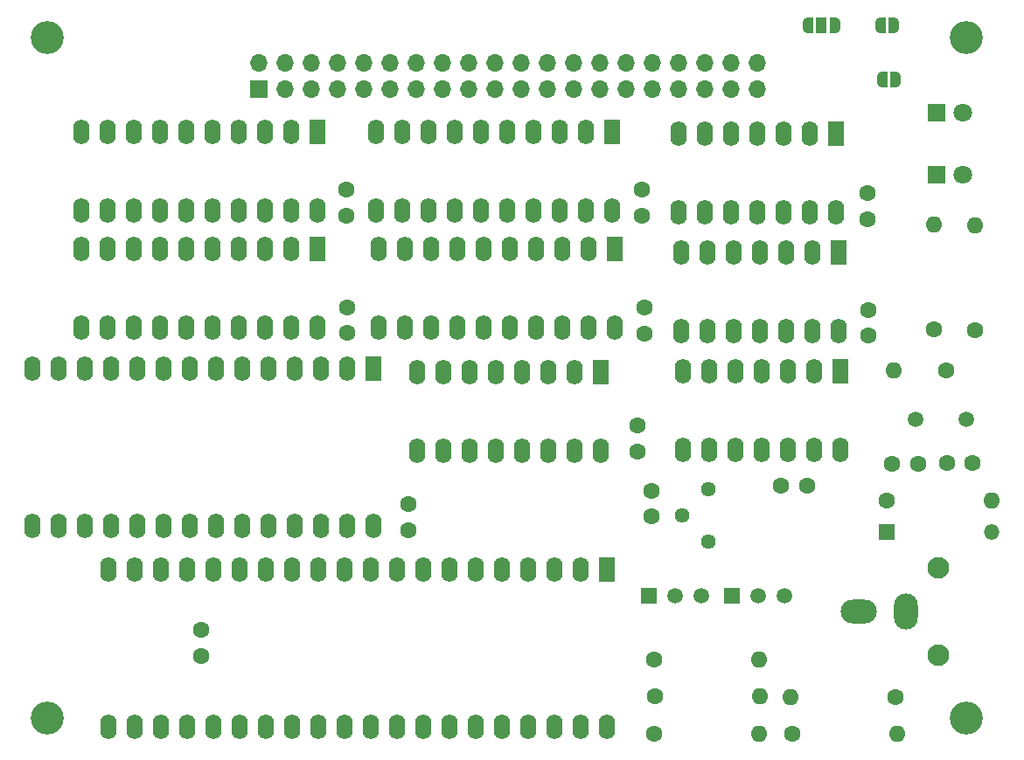
<source format=gbs>
G04 #@! TF.GenerationSoftware,KiCad,Pcbnew,(6.0.4-0)*
G04 #@! TF.CreationDate,2023-01-21T11:19:45+09:00*
G04 #@! TF.ProjectId,K68-VDG,4b36382d-5644-4472-9e6b-696361645f70,rev?*
G04 #@! TF.SameCoordinates,PX8583b00PY93d1cc0*
G04 #@! TF.FileFunction,Soldermask,Bot*
G04 #@! TF.FilePolarity,Negative*
%FSLAX46Y46*%
G04 Gerber Fmt 4.6, Leading zero omitted, Abs format (unit mm)*
G04 Created by KiCad (PCBNEW (6.0.4-0)) date 2023-01-21 11:19:45*
%MOMM*%
%LPD*%
G01*
G04 APERTURE LIST*
G04 Aperture macros list*
%AMFreePoly0*
4,1,22,0.550000,-0.750000,0.000000,-0.750000,0.000000,-0.745033,-0.079941,-0.743568,-0.215256,-0.701293,-0.333266,-0.622738,-0.424486,-0.514219,-0.481581,-0.384460,-0.499164,-0.250000,-0.500000,-0.250000,-0.500000,0.250000,-0.499164,0.250000,-0.499963,0.256109,-0.478152,0.396186,-0.417904,0.524511,-0.324060,0.630769,-0.204165,0.706417,-0.067858,0.745374,0.000000,0.744959,0.000000,0.750000,
0.550000,0.750000,0.550000,-0.750000,0.550000,-0.750000,$1*%
%AMFreePoly1*
4,1,20,0.000000,0.744959,0.073905,0.744508,0.209726,0.703889,0.328688,0.626782,0.421226,0.519385,0.479903,0.390333,0.500000,0.250000,0.500000,-0.250000,0.499851,-0.262216,0.476331,-0.402017,0.414519,-0.529596,0.319384,-0.634700,0.198574,-0.708877,0.061801,-0.746166,0.000000,-0.745033,0.000000,-0.750000,-0.550000,-0.750000,-0.550000,0.750000,0.000000,0.750000,0.000000,0.744959,
0.000000,0.744959,$1*%
%AMFreePoly2*
4,1,22,0.500000,-0.750000,0.000000,-0.750000,0.000000,-0.745033,-0.079941,-0.743568,-0.215256,-0.701293,-0.333266,-0.622738,-0.424486,-0.514219,-0.481581,-0.384460,-0.499164,-0.250000,-0.500000,-0.250000,-0.500000,0.250000,-0.499164,0.250000,-0.499963,0.256109,-0.478152,0.396186,-0.417904,0.524511,-0.324060,0.630769,-0.204165,0.706417,-0.067858,0.745374,0.000000,0.744959,0.000000,0.750000,
0.500000,0.750000,0.500000,-0.750000,0.500000,-0.750000,$1*%
%AMFreePoly3*
4,1,20,0.000000,0.744959,0.073905,0.744508,0.209726,0.703889,0.328688,0.626782,0.421226,0.519385,0.479903,0.390333,0.500000,0.250000,0.500000,-0.250000,0.499851,-0.262216,0.476331,-0.402017,0.414519,-0.529596,0.319384,-0.634700,0.198574,-0.708877,0.061801,-0.746166,0.000000,-0.745033,0.000000,-0.750000,-0.500000,-0.750000,-0.500000,0.750000,0.000000,0.750000,0.000000,0.744959,
0.000000,0.744959,$1*%
G04 Aperture macros list end*
%ADD10C,1.600000*%
%ADD11C,2.100000*%
%ADD12O,3.500000X2.300000*%
%ADD13O,2.300000X3.500000*%
%ADD14R,1.700000X1.700000*%
%ADD15O,1.700000X1.700000*%
%ADD16R,1.500000X1.500000*%
%ADD17C,1.500000*%
%ADD18O,1.600000X1.600000*%
%ADD19R,1.600000X2.400000*%
%ADD20O,1.600000X2.400000*%
%ADD21C,3.200000*%
%ADD22O,1.500000X1.500000*%
%ADD23R,1.800000X1.800000*%
%ADD24C,1.800000*%
%ADD25C,1.440000*%
%ADD26FreePoly0,180.000000*%
%ADD27R,1.000000X1.500000*%
%ADD28FreePoly1,180.000000*%
%ADD29FreePoly2,180.000000*%
%ADD30FreePoly3,180.000000*%
G04 APERTURE END LIST*
D10*
X20400000Y13060000D03*
X20400000Y10560000D03*
X89780000Y29140000D03*
X87280000Y29140000D03*
X92560000Y29230000D03*
X95060000Y29230000D03*
X76520000Y27070000D03*
X79020000Y27070000D03*
X63340000Y41790000D03*
X63340000Y44290000D03*
X63980000Y24080000D03*
X63980000Y26580000D03*
X34460000Y53250000D03*
X34460000Y55750000D03*
X34500000Y41860000D03*
X34500000Y44360000D03*
X40420000Y22770000D03*
X40420000Y25270000D03*
X63010000Y53250000D03*
X63010000Y55750000D03*
X84960000Y41590000D03*
X84960000Y44090000D03*
X84870000Y52880000D03*
X84870000Y55380000D03*
D11*
X91730000Y19090000D03*
X91730000Y10590000D03*
D12*
X84080000Y14840000D03*
D13*
X88580000Y14840000D03*
D14*
X26000000Y65500000D03*
D15*
X26000000Y68040000D03*
X28540000Y65500000D03*
X28540000Y68040000D03*
X31080000Y65500000D03*
X31080000Y68040000D03*
X33620000Y65500000D03*
X33620000Y68040000D03*
X36160000Y65500000D03*
X36160000Y68040000D03*
X38700000Y65500000D03*
X38700000Y68040000D03*
X41240000Y65500000D03*
X41240000Y68040000D03*
X43780000Y65500000D03*
X43780000Y68040000D03*
X46320000Y65500000D03*
X46320000Y68040000D03*
X48860000Y65500000D03*
X48860000Y68040000D03*
X51400000Y65500000D03*
X51400000Y68040000D03*
X53940000Y65500000D03*
X53940000Y68040000D03*
X56480000Y65500000D03*
X56480000Y68040000D03*
X59020000Y65500000D03*
X59020000Y68040000D03*
X61560000Y65500000D03*
X61560000Y68040000D03*
X64100000Y65500000D03*
X64100000Y68040000D03*
X66640000Y65500000D03*
X66640000Y68040000D03*
X69180000Y65500000D03*
X69180000Y68040000D03*
X71720000Y65500000D03*
X71720000Y68040000D03*
X74260000Y65500000D03*
X74260000Y68040000D03*
D16*
X71800000Y16350000D03*
D17*
X74340000Y16350000D03*
X76880000Y16350000D03*
D16*
X63750000Y16380000D03*
D17*
X66290000Y16380000D03*
X68830000Y16380000D03*
D10*
X92550000Y38200000D03*
D18*
X87470000Y38200000D03*
D10*
X86770000Y25570000D03*
D18*
X96930000Y25570000D03*
D10*
X64210000Y10190000D03*
D18*
X74370000Y10190000D03*
D10*
X64300000Y6680000D03*
D18*
X74460000Y6680000D03*
D10*
X87630000Y6570000D03*
D18*
X77470000Y6570000D03*
D10*
X64250000Y3030000D03*
D18*
X74410000Y3030000D03*
D10*
X77590000Y3020000D03*
D18*
X87750000Y3020000D03*
D10*
X91320000Y42220000D03*
D18*
X91320000Y52380000D03*
D10*
X95320000Y42140000D03*
D18*
X95320000Y52300000D03*
D19*
X59660000Y18940000D03*
D20*
X57120000Y18940000D03*
X54580000Y18940000D03*
X52040000Y18940000D03*
X49500000Y18940000D03*
X46960000Y18940000D03*
X44420000Y18940000D03*
X41880000Y18940000D03*
X39340000Y18940000D03*
X36800000Y18940000D03*
X34260000Y18940000D03*
X31720000Y18940000D03*
X29180000Y18940000D03*
X26640000Y18940000D03*
X24100000Y18940000D03*
X21560000Y18940000D03*
X19020000Y18940000D03*
X16480000Y18940000D03*
X13940000Y18940000D03*
X11400000Y18940000D03*
X11400000Y3700000D03*
X13940000Y3700000D03*
X16480000Y3700000D03*
X19020000Y3700000D03*
X21560000Y3700000D03*
X24100000Y3700000D03*
X26640000Y3700000D03*
X29180000Y3700000D03*
X31720000Y3700000D03*
X34260000Y3700000D03*
X36800000Y3700000D03*
X39340000Y3700000D03*
X41880000Y3700000D03*
X44420000Y3700000D03*
X46960000Y3700000D03*
X49500000Y3700000D03*
X52040000Y3700000D03*
X54580000Y3700000D03*
X57120000Y3700000D03*
X59660000Y3700000D03*
D19*
X82235000Y38180000D03*
D20*
X79695000Y38180000D03*
X77155000Y38180000D03*
X74615000Y38180000D03*
X72075000Y38180000D03*
X69535000Y38180000D03*
X66995000Y38180000D03*
X66995000Y30560000D03*
X69535000Y30560000D03*
X72075000Y30560000D03*
X74615000Y30560000D03*
X77155000Y30560000D03*
X79695000Y30560000D03*
X82235000Y30560000D03*
D19*
X82085000Y49640000D03*
D20*
X79545000Y49640000D03*
X77005000Y49640000D03*
X74465000Y49640000D03*
X71925000Y49640000D03*
X69385000Y49640000D03*
X66845000Y49640000D03*
X66845000Y42020000D03*
X69385000Y42020000D03*
X71925000Y42020000D03*
X74465000Y42020000D03*
X77005000Y42020000D03*
X79545000Y42020000D03*
X82085000Y42020000D03*
D19*
X60395000Y49980000D03*
D20*
X57855000Y49980000D03*
X55315000Y49980000D03*
X52775000Y49980000D03*
X50235000Y49980000D03*
X47695000Y49980000D03*
X45155000Y49980000D03*
X42615000Y49980000D03*
X40075000Y49980000D03*
X37535000Y49980000D03*
X37535000Y42360000D03*
X40075000Y42360000D03*
X42615000Y42360000D03*
X45155000Y42360000D03*
X47695000Y42360000D03*
X50235000Y42360000D03*
X52775000Y42360000D03*
X55315000Y42360000D03*
X57855000Y42360000D03*
X60395000Y42360000D03*
D19*
X81870000Y61130000D03*
D20*
X79330000Y61130000D03*
X76790000Y61130000D03*
X74250000Y61130000D03*
X71710000Y61130000D03*
X69170000Y61130000D03*
X66630000Y61130000D03*
X66630000Y53510000D03*
X69170000Y53510000D03*
X71710000Y53510000D03*
X74250000Y53510000D03*
X76790000Y53510000D03*
X79330000Y53510000D03*
X81870000Y53510000D03*
D19*
X31640000Y61350000D03*
D20*
X29100000Y61350000D03*
X26560000Y61350000D03*
X24020000Y61350000D03*
X21480000Y61350000D03*
X18940000Y61350000D03*
X16400000Y61350000D03*
X13860000Y61350000D03*
X11320000Y61350000D03*
X8780000Y61350000D03*
X8780000Y53730000D03*
X11320000Y53730000D03*
X13860000Y53730000D03*
X16400000Y53730000D03*
X18940000Y53730000D03*
X21480000Y53730000D03*
X24020000Y53730000D03*
X26560000Y53730000D03*
X29100000Y53730000D03*
X31640000Y53730000D03*
D19*
X31655000Y49960000D03*
D20*
X29115000Y49960000D03*
X26575000Y49960000D03*
X24035000Y49960000D03*
X21495000Y49960000D03*
X18955000Y49960000D03*
X16415000Y49960000D03*
X13875000Y49960000D03*
X11335000Y49960000D03*
X8795000Y49960000D03*
X8795000Y42340000D03*
X11335000Y42340000D03*
X13875000Y42340000D03*
X16415000Y42340000D03*
X18955000Y42340000D03*
X21495000Y42340000D03*
X24035000Y42340000D03*
X26575000Y42340000D03*
X29115000Y42340000D03*
X31655000Y42340000D03*
D19*
X37085000Y38415000D03*
D20*
X34545000Y38415000D03*
X32005000Y38415000D03*
X29465000Y38415000D03*
X26925000Y38415000D03*
X24385000Y38415000D03*
X21845000Y38415000D03*
X19305000Y38415000D03*
X16765000Y38415000D03*
X14225000Y38415000D03*
X11685000Y38415000D03*
X9145000Y38415000D03*
X6605000Y38415000D03*
X4065000Y38415000D03*
X4065000Y23175000D03*
X6605000Y23175000D03*
X9145000Y23175000D03*
X11685000Y23175000D03*
X14225000Y23175000D03*
X16765000Y23175000D03*
X19305000Y23175000D03*
X21845000Y23175000D03*
X24385000Y23175000D03*
X26925000Y23175000D03*
X29465000Y23175000D03*
X32005000Y23175000D03*
X34545000Y23175000D03*
X37085000Y23175000D03*
D19*
X60140000Y61350000D03*
D20*
X57600000Y61350000D03*
X55060000Y61350000D03*
X52520000Y61350000D03*
X49980000Y61350000D03*
X47440000Y61350000D03*
X44900000Y61350000D03*
X42360000Y61350000D03*
X39820000Y61350000D03*
X37280000Y61350000D03*
X37280000Y53730000D03*
X39820000Y53730000D03*
X42360000Y53730000D03*
X44900000Y53730000D03*
X47440000Y53730000D03*
X49980000Y53730000D03*
X52520000Y53730000D03*
X55060000Y53730000D03*
X57600000Y53730000D03*
X60140000Y53730000D03*
D17*
X89550000Y33500000D03*
X94430000Y33500000D03*
D21*
X94500000Y70500000D03*
X5500000Y4500000D03*
X5500000Y70500000D03*
X94500000Y4500000D03*
D10*
X62650000Y32880000D03*
X62650000Y30380000D03*
D19*
X59110000Y38060000D03*
D20*
X56570000Y38060000D03*
X54030000Y38060000D03*
X51490000Y38060000D03*
X48950000Y38060000D03*
X46410000Y38060000D03*
X43870000Y38060000D03*
X41330000Y38060000D03*
X41330000Y30440000D03*
X43870000Y30440000D03*
X46410000Y30440000D03*
X48950000Y30440000D03*
X51490000Y30440000D03*
X54030000Y30440000D03*
X56570000Y30440000D03*
X59110000Y30440000D03*
D16*
X86770000Y22570000D03*
D22*
X96930000Y22570000D03*
D23*
X91545000Y57220000D03*
D24*
X94085000Y57220000D03*
D23*
X91545000Y63220000D03*
D24*
X94085000Y63220000D03*
D25*
X69455000Y26725000D03*
X66915000Y24185000D03*
X69455000Y21645000D03*
D26*
X81740000Y71660000D03*
D27*
X80440000Y71660000D03*
D28*
X79140000Y71660000D03*
D29*
X87630000Y66460000D03*
D30*
X86330000Y66460000D03*
D29*
X87450000Y71660000D03*
D30*
X86150000Y71660000D03*
M02*

</source>
